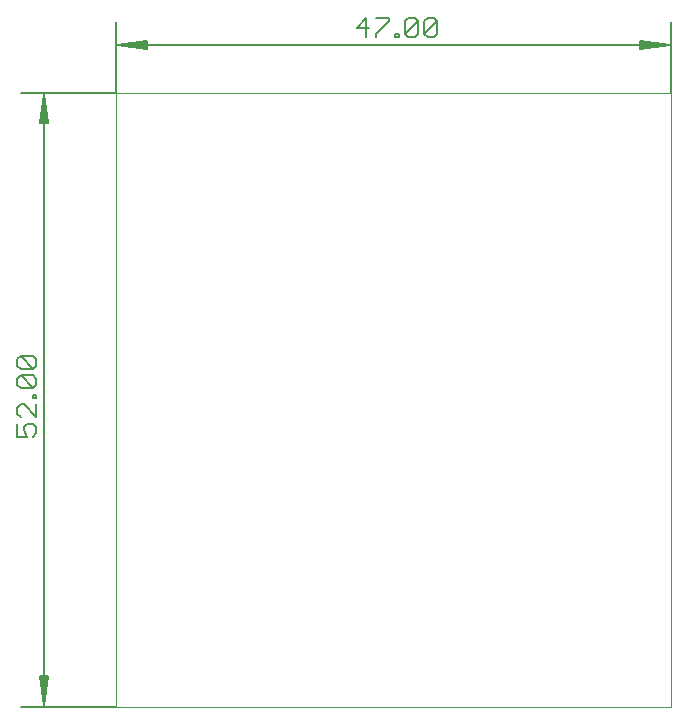
<source format=gm1>
G75*
%MOIN*%
%OFA0B0*%
%FSLAX24Y24*%
%IPPOS*%
%LPD*%
%AMOC8*
5,1,8,0,0,1.08239X$1,22.5*
%
%ADD10C,0.0000*%
%ADD11C,0.0051*%
%ADD12C,0.0060*%
D10*
X003647Y002711D02*
X003647Y023184D01*
X022151Y023184D01*
X022151Y002711D01*
X003647Y002711D01*
D11*
X000492Y002711D01*
X001260Y002737D02*
X001362Y003735D01*
X001385Y003735D02*
X001260Y002737D01*
X001157Y003735D01*
X001134Y003735D02*
X001385Y003735D01*
X001311Y003735D02*
X001260Y002737D01*
X001208Y003735D01*
X001134Y003735D02*
X001260Y002737D01*
X001260Y023158D01*
X001362Y022160D01*
X001385Y022160D02*
X001260Y023158D01*
X001157Y022160D01*
X001134Y022160D02*
X001385Y022160D01*
X001311Y022160D02*
X001260Y023158D01*
X001208Y022160D01*
X001134Y022160D02*
X001260Y023158D01*
X000492Y023184D02*
X003647Y023184D01*
X003647Y025548D01*
X003673Y024780D02*
X004671Y024678D01*
X004671Y024654D02*
X003673Y024780D01*
X004671Y024882D01*
X004671Y024906D02*
X004671Y024654D01*
X004671Y024729D02*
X003673Y024780D01*
X004671Y024831D01*
X004671Y024906D02*
X003673Y024780D01*
X022125Y024780D01*
X021127Y024678D01*
X021127Y024654D02*
X022125Y024780D01*
X021127Y024882D01*
X021127Y024906D02*
X021127Y024654D01*
X021127Y024729D02*
X022125Y024780D01*
X021127Y024831D01*
X021127Y024906D02*
X022125Y024780D01*
X022151Y025548D02*
X022151Y023184D01*
D12*
X014359Y025143D02*
X014252Y025036D01*
X014039Y025036D01*
X013932Y025143D01*
X014359Y025570D01*
X014359Y025143D01*
X014359Y025570D02*
X014252Y025677D01*
X014039Y025677D01*
X013932Y025570D01*
X013932Y025143D01*
X013715Y025143D02*
X013608Y025036D01*
X013394Y025036D01*
X013287Y025143D01*
X013715Y025570D01*
X013715Y025143D01*
X013287Y025143D02*
X013287Y025570D01*
X013394Y025677D01*
X013608Y025677D01*
X013715Y025570D01*
X013072Y025143D02*
X013072Y025036D01*
X012965Y025036D01*
X012965Y025143D01*
X013072Y025143D01*
X012748Y025570D02*
X012321Y025143D01*
X012321Y025036D01*
X011996Y025036D02*
X011996Y025677D01*
X011676Y025356D01*
X012103Y025356D01*
X012321Y025677D02*
X012748Y025677D01*
X012748Y025570D01*
X001003Y014301D02*
X001003Y014087D01*
X000897Y013980D01*
X000470Y014407D01*
X000897Y014407D01*
X001003Y014301D01*
X000897Y013980D02*
X000470Y013980D01*
X000363Y014087D01*
X000363Y014301D01*
X000470Y014407D01*
X000470Y013763D02*
X000897Y013336D01*
X001003Y013443D01*
X001003Y013656D01*
X000897Y013763D01*
X000470Y013763D01*
X000363Y013656D01*
X000363Y013443D01*
X000470Y013336D01*
X000897Y013336D01*
X000897Y013120D02*
X001003Y013120D01*
X001003Y013014D01*
X000897Y013014D01*
X000897Y013120D01*
X001003Y012796D02*
X001003Y012369D01*
X000576Y012796D01*
X000470Y012796D01*
X000363Y012689D01*
X000363Y012476D01*
X000470Y012369D01*
X000363Y012152D02*
X000363Y011725D01*
X000683Y011725D01*
X000576Y011938D01*
X000576Y012045D01*
X000683Y012152D01*
X000897Y012152D01*
X001003Y012045D01*
X001003Y011831D01*
X000897Y011725D01*
M02*

</source>
